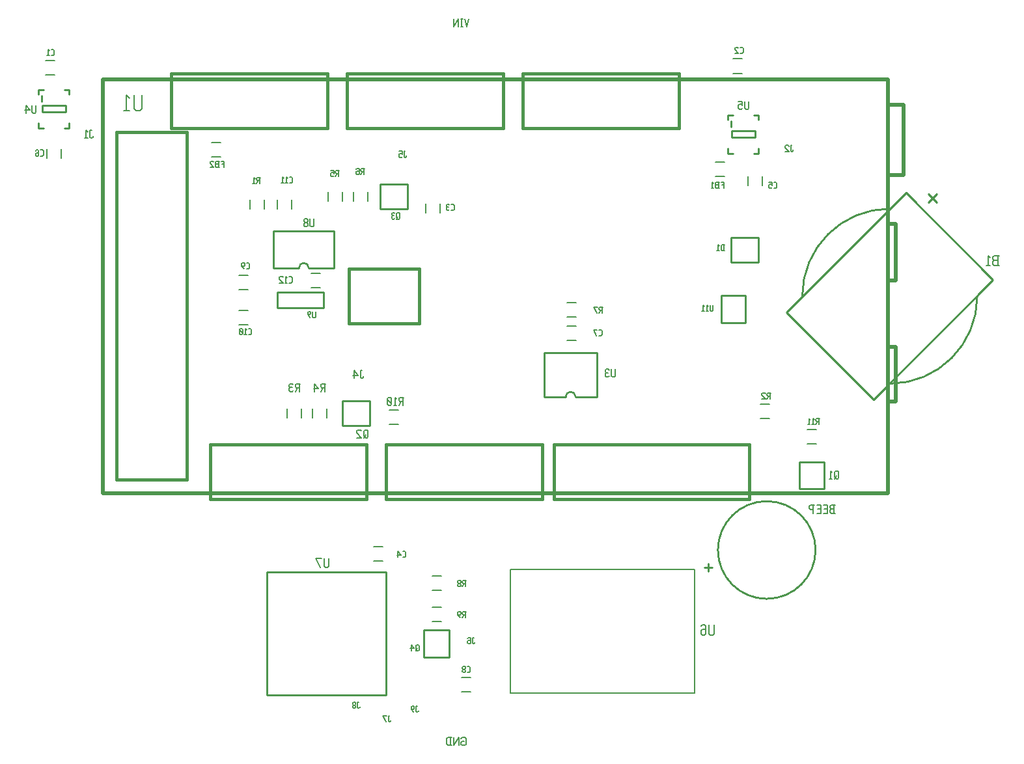
<source format=gbr>
G04 start of page 10 for group -4078 idx -4078 *
G04 Title: Heart, bottomsilk *
G04 Creator: pcb 4.0.2 *
G04 CreationDate: Wed Apr  3 09:48:59 2019 UTC *
G04 For: alez *
G04 Format: Gerber/RS-274X *
G04 PCB-Dimensions (mil): 5906.00 5906.00 *
G04 PCB-Coordinate-Origin: lower left *
%MOIN*%
%FSLAX25Y25*%
%LNBOTTOMSILK*%
%ADD60C,0.0060*%
%ADD59C,0.0160*%
%ADD58C,0.0200*%
%ADD57C,0.0100*%
%ADD56C,0.0100*%
%ADD55C,0.0080*%
G54D55*X416814Y447723D02*X421538D01*
X416814Y455203D02*X421538D01*
X407638Y402340D02*X412362D01*
X407638Y394860D02*X412362D01*
G54D56*X416094Y414828D02*Y418372D01*
X427906D01*
Y414828D01*
X416094D01*
X429874Y426443D02*X427315D01*
X429874D02*Y423883D01*
Y406757D02*X427315D01*
X429874D02*Y409317D01*
X414126Y426443D02*X416685D01*
X414126D02*Y423883D01*
Y406757D02*X416685D01*
X414126D02*Y409317D01*
X415602Y420202D02*Y423234D01*
G54D55*X431740Y394962D02*Y390238D01*
X424260Y394962D02*Y390238D01*
X331638Y322860D02*X336362D01*
X331638Y330340D02*X336362D01*
G54D57*X415890Y363641D02*X429790D01*
Y350841D01*
X415890D02*X429790D01*
X415890Y363641D02*Y350841D01*
G54D55*X64638Y446860D02*X69362D01*
X64638Y454340D02*X69362D01*
G54D56*X63094Y427828D02*Y431372D01*
X74906D01*
Y427828D01*
X63094D01*
X76874Y439443D02*X74315D01*
X76874D02*Y436883D01*
Y419757D02*X74315D01*
X76874D02*Y422317D01*
X61126Y439443D02*X63685D01*
X61126D02*Y436883D01*
Y419757D02*X63685D01*
X61126D02*Y422317D01*
X62602Y433202D02*Y436234D01*
G54D55*X72740Y408962D02*Y404238D01*
X65260Y408962D02*Y404238D01*
G54D58*X496000Y444600D02*Y232600D01*
X94000Y444600D02*Y232600D01*
Y444600D02*X496000D01*
Y431600D02*X504000D01*
Y395600D01*
X496000D02*X504000D01*
X496000Y279600D02*X500000D01*
X496000Y307600D02*X500000D01*
Y279600D01*
X496000Y341600D02*X500000D01*
X496000Y370600D02*X500000D01*
Y341600D01*
G54D59*X101000Y239600D02*X137000D01*
X101000Y417600D02*Y239600D01*
Y417600D02*X137000D01*
Y239600D01*
X220000Y319600D02*X256000D01*
Y347600D02*Y319600D01*
X220000Y347600D02*X256000D01*
X220000D02*Y319600D01*
X325000Y257600D02*X425000D01*
X325000D02*Y229600D01*
X425000D01*
Y257600D02*Y229600D01*
X239000Y257600D02*Y229600D01*
Y257600D02*X319000D01*
Y229600D01*
X239000D02*X319000D01*
X229000Y257600D02*Y229600D01*
X149000D02*X229000D01*
X149000Y257600D02*Y229600D01*
Y257600D02*X229000D01*
X209000Y447600D02*Y419600D01*
X129000D02*X209000D01*
X129000Y447600D02*Y419600D01*
Y447600D02*X209000D01*
X299000D02*Y419600D01*
X219000D02*X299000D01*
X219000Y447600D02*Y419600D01*
Y447600D02*X299000D01*
X389000D02*Y419600D01*
X309000D02*X389000D01*
X309000Y447600D02*Y419600D01*
Y447600D02*X389000D01*
G54D58*X94000Y232600D02*X496000D01*
G54D57*X320100Y282100D02*X331100D01*
X336100D02*X347100D01*
Y304500D01*
X320100D01*
Y282100D01*
X336100D02*G75*G03X331100Y282100I-2500J0D01*G01*
G54D55*X331638Y310860D02*X336362D01*
X331638Y318340D02*X336362D01*
G54D57*X410725Y320048D02*Y333948D01*
X423125D01*
Y320048D01*
X410725D01*
G54D55*X232638Y197860D02*X237362D01*
X232638Y205340D02*X237362D01*
X200638Y337860D02*X205362D01*
X200638Y345340D02*X205362D01*
G54D57*X183371Y335537D02*X206992D01*
X183371D02*Y327663D01*
X206992D01*
Y335537D02*Y327663D01*
G54D55*X169260Y382962D02*Y378238D01*
X176740Y382962D02*Y378238D01*
X229740Y386962D02*Y382238D01*
X222260Y386962D02*Y382238D01*
G54D57*X236067Y378182D02*X249967D01*
X236067Y390982D02*Y378182D01*
Y390982D02*X249967D01*
Y378182D01*
G54D55*X209260Y386962D02*Y382238D01*
X216740Y386962D02*Y382238D01*
X149638Y404860D02*X154362D01*
X149638Y412340D02*X154362D01*
G54D57*X177973Y192421D02*X238997D01*
Y129429D01*
X177973D02*X238997D01*
X177973Y192421D02*Y129429D01*
G54D55*X262638Y166860D02*X267362D01*
X262638Y174340D02*X267362D01*
X262638Y190340D02*X267362D01*
X262638Y182860D02*X267362D01*
G54D57*X258451Y162563D02*Y148663D01*
Y162563D02*X271251D01*
Y148663D01*
X258451D02*X271251D01*
G54D55*X277638Y130860D02*X282362D01*
X277638Y138340D02*X282362D01*
G54D60*X302701Y193505D02*X397188D01*
X302701Y193473D02*Y130482D01*
X397188D01*
Y193473D02*Y130482D01*
G54D55*X240638Y267860D02*X245362D01*
X240638Y275340D02*X245362D01*
X208740Y275962D02*Y271238D01*
X201260Y275962D02*Y271238D01*
G54D57*X216841Y267235D02*X230741D01*
X216841Y280035D02*Y267235D01*
Y280035D02*X230741D01*
Y267235D01*
G54D55*X188260Y275962D02*Y271238D01*
X195740Y275962D02*Y271238D01*
X266740Y380962D02*Y376238D01*
X259260Y380962D02*Y376238D01*
G54D57*X181500Y367100D02*Y348100D01*
Y367100D02*X212500D01*
Y348100D01*
X181500D02*X194500D01*
X199500D02*X212500D01*
X199500D02*G75*G03X194500Y348100I-2500J0D01*G01*
G54D55*X163638Y318860D02*X168362D01*
X163638Y326340D02*X168362D01*
X163638Y336860D02*X168362D01*
X163638Y344340D02*X168362D01*
X183260Y382962D02*Y378238D01*
X190740Y382962D02*Y378238D01*
G54D57*X402000Y194600D02*X406000D01*
X404000Y192600D02*Y196600D01*
X409000Y203600D02*G75*G03X409000Y203600I25000J0D01*G01*
G54D55*X430638Y270860D02*X435362D01*
X430638Y278340D02*X435362D01*
G54D57*X450724Y234841D02*Y248741D01*
X463524D01*
Y234841D01*
X450724D01*
G54D55*X454638Y257860D02*X459362D01*
X454638Y265340D02*X459362D01*
G54D57*X505344Y386492D02*X444108Y325256D01*
X549892Y341944D02*X488656Y280708D01*
X505344Y386492D02*X549892Y341944D01*
X444108Y325256D02*X488656Y280708D01*
X516799Y381683D02*X521042Y385926D01*
Y381683D02*X516799Y385926D01*
X497000Y378400D02*G75*G03X452200Y333600I0J-44800D01*G01*
X497000Y288800D02*G75*G03X541800Y333600I0J44800D01*G01*
G54D60*X420434Y458037D02*X421435D01*
X421974Y458576D02*X421435Y458037D01*
X421974Y458576D02*Y460578D01*
X421435Y461117D01*
X420434D02*X421435D01*
X419510Y460732D02*X419125Y461117D01*
X417970D02*X419125D01*
X417970D02*X417585Y460732D01*
Y459962D02*Y460732D01*
X419510Y458037D02*X417585Y459962D01*
Y458037D02*X419510D01*
X412150Y388900D02*Y391980D01*
X410610D02*X412150D01*
X410995Y390594D02*X412150D01*
X408146Y388900D02*X409686D01*
X408146D02*X407761Y389285D01*
Y390209D01*
X408146Y390594D02*X407761Y390209D01*
X408146Y390594D02*X409301D01*
Y388900D02*Y391980D01*
X408146D02*X409686D01*
X408146D02*X407761Y391595D01*
Y390979D02*Y391595D01*
X408146Y390594D02*X407761Y390979D01*
X406837Y391364D02*X406221Y391980D01*
Y388900D02*Y391980D01*
X405682Y388900D02*X406837D01*
X446245Y410830D02*X446861D01*
X446245Y408135D02*Y410830D01*
X446630Y407750D02*X446245Y408135D01*
X446630Y407750D02*X447015D01*
X447400Y408135D02*X447015Y407750D01*
X447400Y408135D02*Y408520D01*
X445321Y410445D02*X444936Y410830D01*
X443781D02*X444936D01*
X443781D02*X443396Y410445D01*
Y409675D02*Y410445D01*
X445321Y407750D02*X443396Y409675D01*
Y407750D02*X445321D01*
X424763Y429845D02*Y433345D01*
Y429845D02*X424263Y429345D01*
X423263D02*X424263D01*
X423263D02*X422763Y429845D01*
Y433345D01*
X419563D02*X421563D01*
Y431345D02*Y433345D01*
Y431345D02*X421063Y431845D01*
X420063D02*X421063D01*
X420063D02*X419563Y431345D01*
Y429845D02*Y431345D01*
X420063Y429345D02*X419563Y429845D01*
X420063Y429345D02*X421063D01*
X421563Y429845D02*X421063Y429345D01*
X437610Y388900D02*X438611D01*
X439150Y389439D02*X438611Y388900D01*
X439150Y389439D02*Y391441D01*
X438611Y391980D01*
X437610D02*X438611D01*
X435146D02*X436686D01*
Y390440D02*Y391980D01*
Y390440D02*X436301Y390825D01*
X435531D02*X436301D01*
X435531D02*X435146Y390440D01*
Y389285D02*Y390440D01*
X435531Y388900D02*X435146Y389285D01*
X435531Y388900D02*X436301D01*
X436686Y389285D02*X436301Y388900D01*
X348610Y327980D02*X350150D01*
X348610D02*X348225Y327595D01*
Y326825D02*Y327595D01*
X348610Y326440D02*X348225Y326825D01*
X348610Y326440D02*X349765D01*
Y324900D02*Y327980D01*
X349149Y326440D02*X348225Y324900D01*
X346916D02*X345376Y327980D01*
X347301D01*
X348154Y313385D02*X349155D01*
X349694Y313924D02*X349155Y313385D01*
X349694Y313924D02*Y315926D01*
X349155Y316465D01*
X348154D02*X349155D01*
X346845Y313385D02*X345305Y316465D01*
X347230D01*
X168610Y313900D02*X169611D01*
X170150Y314439D02*X169611Y313900D01*
X170150Y314439D02*Y316441D01*
X169611Y316980D01*
X168610D02*X169611D01*
X167686Y316364D02*X167070Y316980D01*
Y313900D02*Y316980D01*
X166531Y313900D02*X167686D01*
X165607Y314285D02*X165222Y313900D01*
X165607Y314285D02*Y316595D01*
X165222Y316980D01*
X164452D02*X165222D01*
X164452D02*X164067Y316595D01*
Y314285D02*Y316595D01*
X164452Y313900D02*X164067Y314285D01*
X164452Y313900D02*X165222D01*
X165607Y314670D02*X164067Y316210D01*
X167585Y347487D02*X168586D01*
X169125Y348026D02*X168586Y347487D01*
X169125Y348026D02*Y350028D01*
X168586Y350567D01*
X167585D02*X168586D01*
X166276Y347487D02*X165121Y349027D01*
Y350182D01*
X165506Y350567D02*X165121Y350182D01*
X165506Y350567D02*X166276D01*
X166661Y350182D02*X166276Y350567D01*
X166661Y349412D02*Y350182D01*
Y349412D02*X166276Y349027D01*
X165121D02*X166276D01*
X189370Y340477D02*X190371D01*
X190910Y341016D02*X190371Y340477D01*
X190910Y341016D02*Y343018D01*
X190371Y343557D01*
X189370D02*X190371D01*
X188446Y342941D02*X187830Y343557D01*
Y340477D02*Y343557D01*
X187291Y340477D02*X188446D01*
X186367Y343172D02*X185982Y343557D01*
X184827D02*X185982D01*
X184827D02*X184442Y343172D01*
Y342402D02*Y343172D01*
X186367Y340477D02*X184442Y342402D01*
Y340477D02*X186367D01*
X412156Y356860D02*Y359940D01*
X411155D02*X410616Y359401D01*
Y357399D02*Y359401D01*
X411155Y356860D02*X410616Y357399D01*
X411155Y356860D02*X412541D01*
X411155Y359940D02*X412541D01*
X409692Y359324D02*X409076Y359940D01*
Y356860D02*Y359940D01*
X408537Y356860D02*X409692D01*
X406552Y326260D02*Y328955D01*
Y326260D02*X406167Y325875D01*
X405397D02*X406167D01*
X405397D02*X405012Y326260D01*
Y328955D01*
X404088Y328339D02*X403472Y328955D01*
Y325875D02*Y328955D01*
X402933Y325875D02*X404088D01*
X402009Y328339D02*X401393Y328955D01*
Y325875D02*Y328955D01*
X400854Y325875D02*X402009D01*
X550500Y349350D02*X553000D01*
X550500D02*X549875Y349975D01*
Y351475D01*
X550500Y352100D02*X549875Y351475D01*
X550500Y352100D02*X552375D01*
Y349350D02*Y354350D01*
X550500D02*X553000D01*
X550500D02*X549875Y353725D01*
Y352725D02*Y353725D01*
X550500Y352100D02*X549875Y352725D01*
X548375Y353350D02*X547375Y354350D01*
Y349350D02*Y354350D01*
X546500Y349350D02*X548375D01*
X173215Y394391D02*X174755D01*
X173215D02*X172830Y394006D01*
Y393236D02*Y394006D01*
X173215Y392851D02*X172830Y393236D01*
X173215Y392851D02*X174370D01*
Y391311D02*Y394391D01*
X173754Y392851D02*X172830Y391311D01*
X171906Y393775D02*X171290Y394391D01*
Y391311D02*Y394391D01*
X170751Y391311D02*X171906D01*
X67610Y456900D02*X68611D01*
X69150Y457439D02*X68611Y456900D01*
X69150Y457439D02*Y459441D01*
X68611Y459980D01*
X67610D02*X68611D01*
X66686Y459364D02*X66070Y459980D01*
Y456900D02*Y459980D01*
X65531Y456900D02*X66686D01*
X87500Y418600D02*X88300D01*
X87500Y415100D02*Y418600D01*
X88000Y414600D02*X87500Y415100D01*
X88000Y414600D02*X88500D01*
X89000Y415100D02*X88500Y414600D01*
X89000Y415100D02*Y415600D01*
X86300Y417800D02*X85500Y418600D01*
Y414600D02*Y418600D01*
X84800Y414600D02*X86300D01*
X59829Y427977D02*Y431442D01*
Y427977D02*X59334Y427482D01*
X58344D02*X59334D01*
X58344D02*X57849Y427977D01*
Y431442D01*
X56661Y428967D02*X54681Y431442D01*
X54186Y428967D02*X56661D01*
X54681Y427482D02*Y431442D01*
X62046Y405412D02*X63047D01*
X63586Y405951D02*X63047Y405412D01*
X63586Y405951D02*Y407953D01*
X63047Y408492D01*
X62046D02*X63047D01*
X59967D02*X59582Y408107D01*
X59967Y408492D02*X60737D01*
X61122Y408107D02*X60737Y408492D01*
X61122Y405797D02*Y408107D01*
Y405797D02*X60737Y405412D01*
X59967Y407106D02*X59582Y406721D01*
X59967Y407106D02*X61122D01*
X59967Y405412D02*X60737D01*
X59967D02*X59582Y405797D01*
Y406721D01*
G54D55*X114000Y429600D02*Y436600D01*
Y429600D02*X113000Y428600D01*
X111000D02*X113000D01*
X111000D02*X110000Y429600D01*
Y436600D01*
X107600Y435000D02*X106000Y436600D01*
Y428600D02*Y436600D01*
X104600Y428600D02*X107600D01*
G54D60*X156150Y399700D02*Y402780D01*
X154610D02*X156150D01*
X154995Y401394D02*X156150D01*
X152146Y399700D02*X153686D01*
X152146D02*X151761Y400085D01*
Y401009D01*
X152146Y401394D02*X151761Y401009D01*
X152146Y401394D02*X153301D01*
Y399700D02*Y402780D01*
X152146D02*X153686D01*
X152146D02*X151761Y402395D01*
Y401779D02*Y402395D01*
X152146Y401394D02*X151761Y401779D01*
X150837Y402395D02*X150452Y402780D01*
X149297D02*X150452D01*
X149297D02*X148912Y402395D01*
Y401625D02*Y402395D01*
X150837Y399700D02*X148912Y401625D01*
Y399700D02*X150837D01*
X248245Y407830D02*X248861D01*
X248245Y405135D02*Y407830D01*
X248630Y404750D02*X248245Y405135D01*
X248630Y404750D02*X249015D01*
X249400Y405135D02*X249015Y404750D01*
X249400Y405135D02*Y405520D01*
X245781Y407830D02*X247321D01*
Y406290D02*Y407830D01*
Y406290D02*X246936Y406675D01*
X246166D02*X246936D01*
X246166D02*X245781Y406290D01*
Y405135D02*Y406290D01*
X246166Y404750D02*X245781Y405135D01*
X246166Y404750D02*X246936D01*
X247321Y405135D02*X246936Y404750D01*
X226610Y398980D02*X228150D01*
X226610D02*X226225Y398595D01*
Y397825D02*Y398595D01*
X226610Y397440D02*X226225Y397825D01*
X226610Y397440D02*X227765D01*
Y395900D02*Y398980D01*
X227149Y397440D02*X226225Y395900D01*
X224146Y398980D02*X223761Y398595D01*
X224146Y398980D02*X224916D01*
X225301Y398595D02*X224916Y398980D01*
X225301Y396285D02*Y398595D01*
Y396285D02*X224916Y395900D01*
X224146Y397594D02*X223761Y397209D01*
X224146Y397594D02*X225301D01*
X224146Y395900D02*X224916D01*
X224146D02*X223761Y396285D01*
Y397209D01*
X245967Y373517D02*Y375827D01*
X245582Y376212D01*
X244812D02*X245582D01*
X244812D02*X244427Y375827D01*
Y373902D02*Y375827D01*
X245197Y373132D02*X244427Y373902D01*
X245197Y373132D02*X245582D01*
X245967Y373517D02*X245582Y373132D01*
X245197Y374287D02*X244427Y373132D01*
X243503Y375827D02*X243118Y376212D01*
X242348D02*X243118D01*
X242348D02*X241963Y375827D01*
X242348Y373132D02*X241963Y373517D01*
X242348Y373132D02*X243118D01*
X243503Y373517D02*X243118Y373132D01*
X242348Y374826D02*X243118D01*
X241963Y375211D02*Y375827D01*
Y373517D02*Y374441D01*
X242348Y374826D01*
X241963Y375211D02*X242348Y374826D01*
X213610Y397980D02*X215150D01*
X213610D02*X213225Y397595D01*
Y396825D02*Y397595D01*
X213610Y396440D02*X213225Y396825D01*
X213610Y396440D02*X214765D01*
Y394900D02*Y397980D01*
X214149Y396440D02*X213225Y394900D01*
X210761Y397980D02*X212301D01*
Y396440D02*Y397980D01*
Y396440D02*X211916Y396825D01*
X211146D02*X211916D01*
X211146D02*X210761Y396440D01*
Y395285D02*Y396440D01*
X211146Y394900D02*X210761Y395285D01*
X211146Y394900D02*X211916D01*
X212301Y395285D02*X211916Y394900D01*
X272364Y377568D02*X273365D01*
X273904Y378107D02*X273365Y377568D01*
X273904Y378107D02*Y380109D01*
X273365Y380648D01*
X272364D02*X273365D01*
X271440Y380263D02*X271055Y380648D01*
X270285D02*X271055D01*
X270285D02*X269900Y380263D01*
X270285Y377568D02*X269900Y377953D01*
X270285Y377568D02*X271055D01*
X271440Y377953D02*X271055Y377568D01*
X270285Y379262D02*X271055D01*
X269900Y379647D02*Y380263D01*
Y377953D02*Y378877D01*
X270285Y379262D01*
X269900Y379647D02*X270285Y379262D01*
X281500Y475600D02*X280500Y471600D01*
X279500Y475600D01*
X277300D02*X278300D01*
X277800Y471600D02*Y475600D01*
X277300Y471600D02*X278300D01*
X276100D02*Y475600D01*
X273600Y471600D01*
Y475600D01*
X209648Y195308D02*Y199298D01*
Y195308D02*X209078Y194738D01*
X207938D02*X209078D01*
X207938D02*X207368Y195308D01*
Y199298D01*
X205430Y194738D02*X203150Y199298D01*
X206000D01*
X229741Y261535D02*Y264535D01*
X229241Y265035D01*
X228241D02*X229241D01*
X228241D02*X227741Y264535D01*
Y262035D02*Y264535D01*
X228741Y261035D02*X227741Y262035D01*
X228741Y261035D02*X229241D01*
X229741Y261535D02*X229241Y261035D01*
X228741Y262535D02*X227741Y261035D01*
X226541Y264535D02*X226041Y265035D01*
X224541D02*X226041D01*
X224541D02*X224041Y264535D01*
Y263535D02*Y264535D01*
X226541Y261035D02*X224041Y263535D01*
Y261035D02*X226541D01*
X202194Y369783D02*Y373283D01*
Y369783D02*X201694Y369283D01*
X200694D02*X201694D01*
X200694D02*X200194Y369783D01*
Y373283D01*
X198994Y369783D02*X198494Y369283D01*
X198994Y369783D02*Y370583D01*
X198294Y371283D01*
X197694D02*X198294D01*
X197694D02*X196994Y370583D01*
Y369783D02*Y370583D01*
X197494Y369283D02*X196994Y369783D01*
X197494Y369283D02*X198494D01*
X198994Y371983D02*X198294Y371283D01*
X198994Y371983D02*Y372783D01*
X198494Y373283D01*
X197494D02*X198494D01*
X197494D02*X196994Y372783D01*
Y371983D02*Y372783D01*
X197694Y371283D02*X196994Y371983D01*
X189618Y391604D02*X190619D01*
X191158Y392143D02*X190619Y391604D01*
X191158Y392143D02*Y394145D01*
X190619Y394684D01*
X189618D02*X190619D01*
X188694Y394068D02*X188078Y394684D01*
Y391604D02*Y394684D01*
X187539Y391604D02*X188694D01*
X186615Y394068D02*X185999Y394684D01*
Y391604D02*Y394684D01*
X185460Y391604D02*X186615D01*
X203000Y323064D02*Y325759D01*
Y323064D02*X202615Y322679D01*
X201845D02*X202615D01*
X201845D02*X201460Y323064D01*
Y325759D01*
X200151Y322679D02*X198996Y324219D01*
Y325374D01*
X199381Y325759D02*X198996Y325374D01*
X199381Y325759D02*X200151D01*
X200536Y325374D02*X200151Y325759D01*
X200536Y324604D02*Y325374D01*
Y324604D02*X200151Y324219D01*
X198996D02*X200151D01*
X356500Y292700D02*Y296200D01*
Y292700D02*X356000Y292200D01*
X355000D02*X356000D01*
X355000D02*X354500Y292700D01*
Y296200D01*
X353300Y295700D02*X352800Y296200D01*
X351800D02*X352800D01*
X351800D02*X351300Y295700D01*
X351800Y292200D02*X351300Y292700D01*
X351800Y292200D02*X352800D01*
X353300Y292700D02*X352800Y292200D01*
X351800Y294400D02*X352800D01*
X351300Y294900D02*Y295700D01*
Y292700D02*Y293900D01*
X351800Y294400D01*
X351300Y294900D02*X351800Y294400D01*
X246150Y281750D02*X248150D01*
X246150D02*X245650Y281250D01*
Y280250D02*Y281250D01*
X246150Y279750D02*X245650Y280250D01*
X246150Y279750D02*X247650D01*
Y277750D02*Y281750D01*
X246850Y279750D02*X245650Y277750D01*
X244450Y280950D02*X243650Y281750D01*
Y277750D02*Y281750D01*
X242950Y277750D02*X244450D01*
X241750Y278250D02*X241250Y277750D01*
X241750Y278250D02*Y281250D01*
X241250Y281750D01*
X240250D02*X241250D01*
X240250D02*X239750Y281250D01*
Y278250D02*Y281250D01*
X240250Y277750D02*X239750Y278250D01*
X240250Y277750D02*X241250D01*
X241750Y278750D02*X239750Y280750D01*
X206150Y288750D02*X208150D01*
X206150D02*X205650Y288250D01*
Y287250D02*Y288250D01*
X206150Y286750D02*X205650Y287250D01*
X206150Y286750D02*X207650D01*
Y284750D02*Y288750D01*
X206850Y286750D02*X205650Y284750D01*
X204450Y286250D02*X202450Y288750D01*
X201950Y286250D02*X204450D01*
X202450Y284750D02*Y288750D01*
X193150D02*X195150D01*
X193150D02*X192650Y288250D01*
Y287250D02*Y288250D01*
X193150Y286750D02*X192650Y287250D01*
X193150Y286750D02*X194650D01*
Y284750D02*Y288750D01*
X193850Y286750D02*X192650Y284750D01*
X191450Y288250D02*X190950Y288750D01*
X189950D02*X190950D01*
X189950D02*X189450Y288250D01*
X189950Y284750D02*X189450Y285250D01*
X189950Y284750D02*X190950D01*
X191450Y285250D02*X190950Y284750D01*
X189950Y286950D02*X190950D01*
X189450Y287450D02*Y288250D01*
Y285250D02*Y286450D01*
X189950Y286950D01*
X189450Y287450D02*X189950Y286950D01*
X225900Y295600D02*X226700D01*
X225900Y292100D02*Y295600D01*
X226400Y291600D02*X225900Y292100D01*
X226400Y291600D02*X226900D01*
X227400Y292100D02*X226900Y291600D01*
X227400Y292100D02*Y292600D01*
X224700Y293100D02*X222700Y295600D01*
X222200Y293100D02*X224700D01*
X222700Y291600D02*Y295600D01*
X278610Y171980D02*X280150D01*
X278610D02*X278225Y171595D01*
Y170825D02*Y171595D01*
X278610Y170440D02*X278225Y170825D01*
X278610Y170440D02*X279765D01*
Y168900D02*Y171980D01*
X279149Y170440D02*X278225Y168900D01*
X276916D02*X275761Y170440D01*
Y171595D01*
X276146Y171980D02*X275761Y171595D01*
X276146Y171980D02*X276916D01*
X277301Y171595D02*X276916Y171980D01*
X277301Y170825D02*Y171595D01*
Y170825D02*X276916Y170440D01*
X275761D02*X276916D01*
X255937Y152386D02*Y154696D01*
X255552Y155081D01*
X254782D02*X255552D01*
X254782D02*X254397Y154696D01*
Y152771D02*Y154696D01*
X255167Y152001D02*X254397Y152771D01*
X255167Y152001D02*X255552D01*
X255937Y152386D02*X255552Y152001D01*
X255167Y153156D02*X254397Y152001D01*
X253473Y153156D02*X251933Y155081D01*
X251548Y153156D02*X253473D01*
X251933Y152001D02*Y155081D01*
X278610Y187980D02*X280150D01*
X278610D02*X278225Y187595D01*
Y186825D02*Y187595D01*
X278610Y186440D02*X278225Y186825D01*
X278610Y186440D02*X279765D01*
Y184900D02*Y187980D01*
X279149Y186440D02*X278225Y184900D01*
X277301Y185285D02*X276916Y184900D01*
X277301Y185285D02*Y185901D01*
X276762Y186440D01*
X276300D02*X276762D01*
X276300D02*X275761Y185901D01*
Y185285D02*Y185901D01*
X276146Y184900D02*X275761Y185285D01*
X276146Y184900D02*X276916D01*
X277301Y186979D02*X276762Y186440D01*
X277301Y186979D02*Y187595D01*
X276916Y187980D01*
X276146D02*X276916D01*
X276146D02*X275761Y187595D01*
Y186979D02*Y187595D01*
X276300Y186440D02*X275761Y186979D01*
X283345Y158730D02*X283961D01*
X283345Y156035D02*Y158730D01*
X283730Y155650D02*X283345Y156035D01*
X283730Y155650D02*X284115D01*
X284500Y156035D02*X284115Y155650D01*
X284500Y156035D02*Y156420D01*
X281266Y158730D02*X280881Y158345D01*
X281266Y158730D02*X282036D01*
X282421Y158345D02*X282036Y158730D01*
X282421Y156035D02*Y158345D01*
Y156035D02*X282036Y155650D01*
X281266Y157344D02*X280881Y156959D01*
X281266Y157344D02*X282421D01*
X281266Y155650D02*X282036D01*
X281266D02*X280881Y156035D01*
Y156959D01*
X247610Y199900D02*X248611D01*
X249150Y200439D02*X248611Y199900D01*
X249150Y200439D02*Y202441D01*
X248611Y202980D01*
X247610D02*X248611D01*
X246686Y201055D02*X245146Y202980D01*
X244761Y201055D02*X246686D01*
X245146Y199900D02*Y202980D01*
X407024Y160742D02*Y165292D01*
Y160742D02*X406374Y160092D01*
X405074D02*X406374D01*
X405074D02*X404424Y160742D01*
Y165292D01*
X400914D02*X400264Y164642D01*
X400914Y165292D02*X402214D01*
X402864Y164642D02*X402214Y165292D01*
X402864Y160742D02*Y164642D01*
Y160742D02*X402214Y160092D01*
X400914Y162952D02*X400264Y162302D01*
X400914Y162952D02*X402864D01*
X400914Y160092D02*X402214D01*
X400914D02*X400264Y160742D01*
Y162302D01*
X466900Y222350D02*X469000D01*
X466900D02*X466375Y222875D01*
Y224135D01*
X466900Y224660D02*X466375Y224135D01*
X466900Y224660D02*X468475D01*
Y222350D02*Y226550D01*
X466900D02*X469000D01*
X466900D02*X466375Y226025D01*
Y225185D02*Y226025D01*
X466900Y224660D02*X466375Y225185D01*
X463540Y224660D02*X465115D01*
X463015Y222350D02*X465115D01*
Y226550D01*
X463015D02*X465115D01*
X460180Y224660D02*X461755D01*
X459655Y222350D02*X461755D01*
Y226550D01*
X459655D02*X461755D01*
X457870Y222350D02*Y226550D01*
X456295D02*X458395D01*
X456295D02*X455770Y226025D01*
Y224975D02*Y226025D01*
X456295Y224450D02*X455770Y224975D01*
X456295Y224450D02*X457870D01*
X434610Y283980D02*X436150D01*
X434610D02*X434225Y283595D01*
Y282825D02*Y283595D01*
X434610Y282440D02*X434225Y282825D01*
X434610Y282440D02*X435765D01*
Y280900D02*Y283980D01*
X435149Y282440D02*X434225Y280900D01*
X433301Y283595D02*X432916Y283980D01*
X431761D02*X432916D01*
X431761D02*X431376Y283595D01*
Y282825D02*Y283595D01*
X433301Y280900D02*X431376Y282825D01*
Y280900D02*X433301D01*
X459610Y270980D02*X461150D01*
X459610D02*X459225Y270595D01*
Y269825D02*Y270595D01*
X459610Y269440D02*X459225Y269825D01*
X459610Y269440D02*X460765D01*
Y267900D02*Y270980D01*
X460149Y269440D02*X459225Y267900D01*
X458301Y270364D02*X457685Y270980D01*
Y267900D02*Y270980D01*
X457146Y267900D02*X458301D01*
X456222Y270364D02*X455606Y270980D01*
Y267900D02*Y270980D01*
X455067Y267900D02*X456222D01*
X470759Y240624D02*Y243624D01*
X470259Y244124D01*
X469259D02*X470259D01*
X469259D02*X468759Y243624D01*
Y241124D02*Y243624D01*
X469759Y240124D02*X468759Y241124D01*
X469759Y240124D02*X470259D01*
X470759Y240624D02*X470259Y240124D01*
X469759Y241624D02*X468759Y240124D01*
X467559Y243324D02*X466759Y244124D01*
Y240124D02*Y244124D01*
X466059Y240124D02*X467559D01*
X280630Y140950D02*X281618D01*
X282150Y141482D02*X281618Y140950D01*
X282150Y141482D02*Y143458D01*
X281618Y143990D01*
X280630D02*X281618D01*
X279718Y141330D02*X279338Y140950D01*
X279718Y141330D02*Y141938D01*
X279186Y142470D01*
X278730D02*X279186D01*
X278730D02*X278198Y141938D01*
Y141330D02*Y141938D01*
X278578Y140950D02*X278198Y141330D01*
X278578Y140950D02*X279338D01*
X279718Y143002D02*X279186Y142470D01*
X279718Y143002D02*Y143610D01*
X279338Y143990D01*
X278578D02*X279338D01*
X278578D02*X278198Y143610D01*
Y143002D02*Y143610D01*
X278730Y142470D02*X278198Y143002D01*
X278000Y107600D02*X277500Y107100D01*
X278000Y107600D02*X279500D01*
X280000Y107100D02*X279500Y107600D01*
X280000Y104100D02*Y107100D01*
Y104100D02*X279500Y103600D01*
X278000D02*X279500D01*
X278000D02*X277500Y104100D01*
Y105100D01*
X278000Y105600D02*X277500Y105100D01*
X278000Y105600D02*X279000D01*
X276300Y103600D02*Y107600D01*
X273800Y103600D01*
Y107600D01*
X272100Y103600D02*Y107600D01*
X270800D02*X270100Y106900D01*
Y104300D02*Y106900D01*
X270800Y103600D02*X270100Y104300D01*
X270800Y103600D02*X272600D01*
X270800Y107600D02*X272600D01*
X240245Y118630D02*X240861D01*
X240245Y115935D02*Y118630D01*
X240630Y115550D02*X240245Y115935D01*
X240630Y115550D02*X241015D01*
X241400Y115935D02*X241015Y115550D01*
X241400Y115935D02*Y116320D01*
X238936Y115550D02*X237396Y118630D01*
X239321D01*
X224445Y125630D02*X225061D01*
X224445Y122935D02*Y125630D01*
X224830Y122550D02*X224445Y122935D01*
X224830Y122550D02*X225215D01*
X225600Y122935D02*X225215Y122550D01*
X225600Y122935D02*Y123320D01*
X223521Y122935D02*X223136Y122550D01*
X223521Y122935D02*Y123551D01*
X222982Y124090D01*
X222520D02*X222982D01*
X222520D02*X221981Y123551D01*
Y122935D02*Y123551D01*
X222366Y122550D02*X221981Y122935D01*
X222366Y122550D02*X223136D01*
X223521Y124629D02*X222982Y124090D01*
X223521Y124629D02*Y125245D01*
X223136Y125630D01*
X222366D02*X223136D01*
X222366D02*X221981Y125245D01*
Y124629D02*Y125245D01*
X222520Y124090D02*X221981Y124629D01*
X254445Y123630D02*X255061D01*
X254445Y120935D02*Y123630D01*
X254830Y120550D02*X254445Y120935D01*
X254830Y120550D02*X255215D01*
X255600Y120935D02*X255215Y120550D01*
X255600Y120935D02*Y121320D01*
X253136Y120550D02*X251981Y122090D01*
Y123245D01*
X252366Y123630D02*X251981Y123245D01*
X252366Y123630D02*X253136D01*
X253521Y123245D02*X253136Y123630D01*
X253521Y122475D02*Y123245D01*
Y122475D02*X253136Y122090D01*
X251981D02*X253136D01*
M02*

</source>
